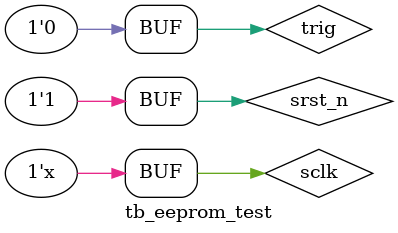
<source format=v>

`timescale 10ns / 10ns
module tb_eeprom_test ();
/////////////////////////////////////////////
// parameter and signals
/////////////////////////////////////////////
// parameter

// regs or wires
reg sclk = 0;
reg srst_n = 0;
/////////////////////////////////////////////
// main code
/////////////////////////////////////////////
// System clock
always #10 sclk = ~sclk;

//inital
initial begin
    #0
     srst_n = 0;
    #30
     srst_n = 1;
end

reg trig = 0;
initial begin
    #0 trig = 0;
    #50 trig = 1;
    #10 trig = 0;
end
// models
wire [7:0]d;
wire scl,sda,ifail;
eeprom_test eeprom_test_inst(
                .s_rst_n(srst_n),
                .sclk_50m(sclk),
                .trig(trig),
                .iic_scl(scl),
                .iic_failed(ifail),
                .iic_sda(sda),
                .readData(d)
            );
/////////////////////////////////////////////
// code end
/////////////////////////////////////////////
endmodule

</source>
